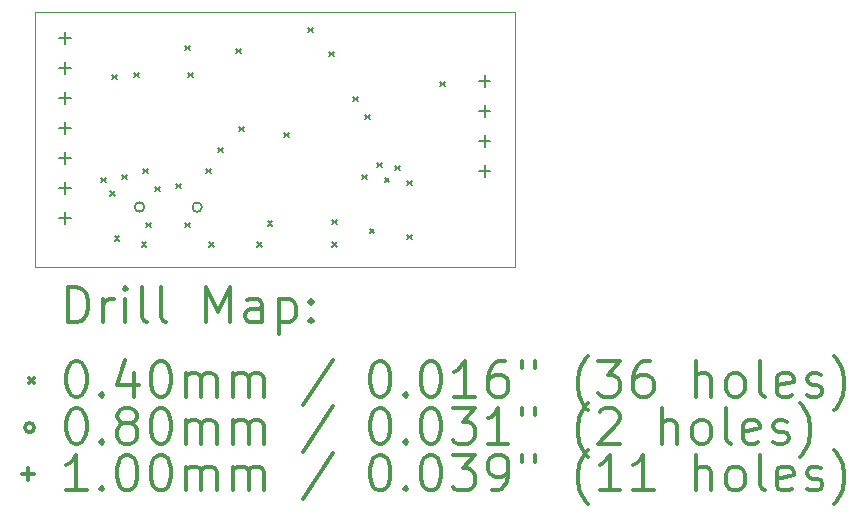
<source format=gbr>
%FSLAX45Y45*%
G04 Gerber Fmt 4.5, Leading zero omitted, Abs format (unit mm)*
G04 Created by KiCad (PCBNEW (5.1.8)-1) date 2021-01-01 08:41:14*
%MOMM*%
%LPD*%
G01*
G04 APERTURE LIST*
%TA.AperFunction,Profile*%
%ADD10C,0.050000*%
%TD*%
%ADD11C,0.200000*%
%ADD12C,0.300000*%
G04 APERTURE END LIST*
D10*
X15748000Y-8636000D02*
X15748000Y-10795000D01*
X11988800Y-8636000D02*
X11684000Y-8636000D01*
X15748000Y-8636000D02*
X11988800Y-8636000D01*
X12674600Y-10795000D02*
X15748000Y-10795000D01*
X11684000Y-10795000D02*
X12674600Y-10795000D01*
X11684000Y-8636000D02*
X11684000Y-10795000D01*
D11*
X12248200Y-10038400D02*
X12288200Y-10078400D01*
X12288200Y-10038400D02*
X12248200Y-10078400D01*
X12324400Y-10152700D02*
X12364400Y-10192700D01*
X12364400Y-10152700D02*
X12324400Y-10192700D01*
X12339750Y-9164750D02*
X12379750Y-9204750D01*
X12379750Y-9164750D02*
X12339750Y-9204750D01*
X12362500Y-10533700D02*
X12402500Y-10573700D01*
X12402500Y-10533700D02*
X12362500Y-10573700D01*
X12426000Y-10013000D02*
X12466000Y-10053000D01*
X12466000Y-10013000D02*
X12426000Y-10053000D01*
X12527600Y-9149400D02*
X12567600Y-9189400D01*
X12567600Y-9149400D02*
X12527600Y-9189400D01*
X12591100Y-10584500D02*
X12631100Y-10624500D01*
X12631100Y-10584500D02*
X12591100Y-10624500D01*
X12603800Y-9962200D02*
X12643800Y-10002200D01*
X12643800Y-9962200D02*
X12603800Y-10002200D01*
X12629200Y-10419400D02*
X12669200Y-10459400D01*
X12669200Y-10419400D02*
X12629200Y-10459400D01*
X12705400Y-10114600D02*
X12745400Y-10154600D01*
X12745400Y-10114600D02*
X12705400Y-10154600D01*
X12883200Y-10089200D02*
X12923200Y-10129200D01*
X12923200Y-10089200D02*
X12883200Y-10129200D01*
X12959400Y-8920800D02*
X12999400Y-8960800D01*
X12999400Y-8920800D02*
X12959400Y-8960800D01*
X12959400Y-10419400D02*
X12999400Y-10459400D01*
X12999400Y-10419400D02*
X12959400Y-10459400D01*
X12984800Y-9149400D02*
X13024800Y-9189400D01*
X13024800Y-9149400D02*
X12984800Y-9189400D01*
X13137200Y-9962200D02*
X13177200Y-10002200D01*
X13177200Y-9962200D02*
X13137200Y-10002200D01*
X13162600Y-10584500D02*
X13202600Y-10624500D01*
X13202600Y-10584500D02*
X13162600Y-10624500D01*
X13238800Y-9784400D02*
X13278800Y-9824400D01*
X13278800Y-9784400D02*
X13238800Y-9824400D01*
X13391200Y-8946200D02*
X13431200Y-8986200D01*
X13431200Y-8946200D02*
X13391200Y-8986200D01*
X13416600Y-9606600D02*
X13456600Y-9646600D01*
X13456600Y-9606600D02*
X13416600Y-9646600D01*
X13569000Y-10584500D02*
X13609000Y-10624500D01*
X13609000Y-10584500D02*
X13569000Y-10624500D01*
X13657900Y-10406700D02*
X13697900Y-10446700D01*
X13697900Y-10406700D02*
X13657900Y-10446700D01*
X13797600Y-9657400D02*
X13837600Y-9697400D01*
X13837600Y-9657400D02*
X13797600Y-9697400D01*
X14000800Y-8768400D02*
X14040800Y-8808400D01*
X14040800Y-8768400D02*
X14000800Y-8808400D01*
X14178600Y-8971600D02*
X14218600Y-9011600D01*
X14218600Y-8971600D02*
X14178600Y-9011600D01*
X14204000Y-10394000D02*
X14244000Y-10434000D01*
X14244000Y-10394000D02*
X14204000Y-10434000D01*
X14204000Y-10584500D02*
X14244000Y-10624500D01*
X14244000Y-10584500D02*
X14204000Y-10624500D01*
X14381800Y-9352600D02*
X14421800Y-9392600D01*
X14421800Y-9352600D02*
X14381800Y-9392600D01*
X14458000Y-10013000D02*
X14498000Y-10053000D01*
X14498000Y-10013000D02*
X14458000Y-10053000D01*
X14483400Y-9505000D02*
X14523400Y-9545000D01*
X14523400Y-9505000D02*
X14483400Y-9545000D01*
X14521500Y-10470200D02*
X14561500Y-10510200D01*
X14561500Y-10470200D02*
X14521500Y-10510200D01*
X14585000Y-9911400D02*
X14625000Y-9951400D01*
X14625000Y-9911400D02*
X14585000Y-9951400D01*
X14648500Y-10038400D02*
X14688500Y-10078400D01*
X14688500Y-10038400D02*
X14648500Y-10078400D01*
X14737400Y-9936800D02*
X14777400Y-9976800D01*
X14777400Y-9936800D02*
X14737400Y-9976800D01*
X14839000Y-10063800D02*
X14879000Y-10103800D01*
X14879000Y-10063800D02*
X14839000Y-10103800D01*
X14839000Y-10521000D02*
X14879000Y-10561000D01*
X14879000Y-10521000D02*
X14839000Y-10561000D01*
X15118400Y-9225600D02*
X15158400Y-9265600D01*
X15158400Y-9225600D02*
X15118400Y-9265600D01*
X12613000Y-10287000D02*
G75*
G03*
X12613000Y-10287000I-40000J0D01*
G01*
X13101000Y-10287000D02*
G75*
G03*
X13101000Y-10287000I-40000J0D01*
G01*
X11945000Y-8807000D02*
X11945000Y-8907000D01*
X11895000Y-8857000D02*
X11995000Y-8857000D01*
X11945000Y-9061000D02*
X11945000Y-9161000D01*
X11895000Y-9111000D02*
X11995000Y-9111000D01*
X11945000Y-9315000D02*
X11945000Y-9415000D01*
X11895000Y-9365000D02*
X11995000Y-9365000D01*
X11945000Y-9569000D02*
X11945000Y-9669000D01*
X11895000Y-9619000D02*
X11995000Y-9619000D01*
X11945000Y-9823000D02*
X11945000Y-9923000D01*
X11895000Y-9873000D02*
X11995000Y-9873000D01*
X11945000Y-10077000D02*
X11945000Y-10177000D01*
X11895000Y-10127000D02*
X11995000Y-10127000D01*
X11945000Y-10331000D02*
X11945000Y-10431000D01*
X11895000Y-10381000D02*
X11995000Y-10381000D01*
X15494000Y-9170200D02*
X15494000Y-9270200D01*
X15444000Y-9220200D02*
X15544000Y-9220200D01*
X15494000Y-9424200D02*
X15494000Y-9524200D01*
X15444000Y-9474200D02*
X15544000Y-9474200D01*
X15494000Y-9678200D02*
X15494000Y-9778200D01*
X15444000Y-9728200D02*
X15544000Y-9728200D01*
X15494000Y-9932200D02*
X15494000Y-10032200D01*
X15444000Y-9982200D02*
X15544000Y-9982200D01*
D12*
X11967928Y-11263214D02*
X11967928Y-10963214D01*
X12039357Y-10963214D01*
X12082214Y-10977500D01*
X12110786Y-11006072D01*
X12125071Y-11034643D01*
X12139357Y-11091786D01*
X12139357Y-11134643D01*
X12125071Y-11191786D01*
X12110786Y-11220357D01*
X12082214Y-11248929D01*
X12039357Y-11263214D01*
X11967928Y-11263214D01*
X12267928Y-11263214D02*
X12267928Y-11063214D01*
X12267928Y-11120357D02*
X12282214Y-11091786D01*
X12296500Y-11077500D01*
X12325071Y-11063214D01*
X12353643Y-11063214D01*
X12453643Y-11263214D02*
X12453643Y-11063214D01*
X12453643Y-10963214D02*
X12439357Y-10977500D01*
X12453643Y-10991786D01*
X12467928Y-10977500D01*
X12453643Y-10963214D01*
X12453643Y-10991786D01*
X12639357Y-11263214D02*
X12610786Y-11248929D01*
X12596500Y-11220357D01*
X12596500Y-10963214D01*
X12796500Y-11263214D02*
X12767928Y-11248929D01*
X12753643Y-11220357D01*
X12753643Y-10963214D01*
X13139357Y-11263214D02*
X13139357Y-10963214D01*
X13239357Y-11177500D01*
X13339357Y-10963214D01*
X13339357Y-11263214D01*
X13610786Y-11263214D02*
X13610786Y-11106072D01*
X13596500Y-11077500D01*
X13567928Y-11063214D01*
X13510786Y-11063214D01*
X13482214Y-11077500D01*
X13610786Y-11248929D02*
X13582214Y-11263214D01*
X13510786Y-11263214D01*
X13482214Y-11248929D01*
X13467928Y-11220357D01*
X13467928Y-11191786D01*
X13482214Y-11163214D01*
X13510786Y-11148929D01*
X13582214Y-11148929D01*
X13610786Y-11134643D01*
X13753643Y-11063214D02*
X13753643Y-11363214D01*
X13753643Y-11077500D02*
X13782214Y-11063214D01*
X13839357Y-11063214D01*
X13867928Y-11077500D01*
X13882214Y-11091786D01*
X13896500Y-11120357D01*
X13896500Y-11206071D01*
X13882214Y-11234643D01*
X13867928Y-11248929D01*
X13839357Y-11263214D01*
X13782214Y-11263214D01*
X13753643Y-11248929D01*
X14025071Y-11234643D02*
X14039357Y-11248929D01*
X14025071Y-11263214D01*
X14010786Y-11248929D01*
X14025071Y-11234643D01*
X14025071Y-11263214D01*
X14025071Y-11077500D02*
X14039357Y-11091786D01*
X14025071Y-11106072D01*
X14010786Y-11091786D01*
X14025071Y-11077500D01*
X14025071Y-11106072D01*
X11641500Y-11737500D02*
X11681500Y-11777500D01*
X11681500Y-11737500D02*
X11641500Y-11777500D01*
X12025071Y-11593214D02*
X12053643Y-11593214D01*
X12082214Y-11607500D01*
X12096500Y-11621786D01*
X12110786Y-11650357D01*
X12125071Y-11707500D01*
X12125071Y-11778929D01*
X12110786Y-11836071D01*
X12096500Y-11864643D01*
X12082214Y-11878929D01*
X12053643Y-11893214D01*
X12025071Y-11893214D01*
X11996500Y-11878929D01*
X11982214Y-11864643D01*
X11967928Y-11836071D01*
X11953643Y-11778929D01*
X11953643Y-11707500D01*
X11967928Y-11650357D01*
X11982214Y-11621786D01*
X11996500Y-11607500D01*
X12025071Y-11593214D01*
X12253643Y-11864643D02*
X12267928Y-11878929D01*
X12253643Y-11893214D01*
X12239357Y-11878929D01*
X12253643Y-11864643D01*
X12253643Y-11893214D01*
X12525071Y-11693214D02*
X12525071Y-11893214D01*
X12453643Y-11578929D02*
X12382214Y-11793214D01*
X12567928Y-11793214D01*
X12739357Y-11593214D02*
X12767928Y-11593214D01*
X12796500Y-11607500D01*
X12810786Y-11621786D01*
X12825071Y-11650357D01*
X12839357Y-11707500D01*
X12839357Y-11778929D01*
X12825071Y-11836071D01*
X12810786Y-11864643D01*
X12796500Y-11878929D01*
X12767928Y-11893214D01*
X12739357Y-11893214D01*
X12710786Y-11878929D01*
X12696500Y-11864643D01*
X12682214Y-11836071D01*
X12667928Y-11778929D01*
X12667928Y-11707500D01*
X12682214Y-11650357D01*
X12696500Y-11621786D01*
X12710786Y-11607500D01*
X12739357Y-11593214D01*
X12967928Y-11893214D02*
X12967928Y-11693214D01*
X12967928Y-11721786D02*
X12982214Y-11707500D01*
X13010786Y-11693214D01*
X13053643Y-11693214D01*
X13082214Y-11707500D01*
X13096500Y-11736071D01*
X13096500Y-11893214D01*
X13096500Y-11736071D02*
X13110786Y-11707500D01*
X13139357Y-11693214D01*
X13182214Y-11693214D01*
X13210786Y-11707500D01*
X13225071Y-11736071D01*
X13225071Y-11893214D01*
X13367928Y-11893214D02*
X13367928Y-11693214D01*
X13367928Y-11721786D02*
X13382214Y-11707500D01*
X13410786Y-11693214D01*
X13453643Y-11693214D01*
X13482214Y-11707500D01*
X13496500Y-11736071D01*
X13496500Y-11893214D01*
X13496500Y-11736071D02*
X13510786Y-11707500D01*
X13539357Y-11693214D01*
X13582214Y-11693214D01*
X13610786Y-11707500D01*
X13625071Y-11736071D01*
X13625071Y-11893214D01*
X14210786Y-11578929D02*
X13953643Y-11964643D01*
X14596500Y-11593214D02*
X14625071Y-11593214D01*
X14653643Y-11607500D01*
X14667928Y-11621786D01*
X14682214Y-11650357D01*
X14696500Y-11707500D01*
X14696500Y-11778929D01*
X14682214Y-11836071D01*
X14667928Y-11864643D01*
X14653643Y-11878929D01*
X14625071Y-11893214D01*
X14596500Y-11893214D01*
X14567928Y-11878929D01*
X14553643Y-11864643D01*
X14539357Y-11836071D01*
X14525071Y-11778929D01*
X14525071Y-11707500D01*
X14539357Y-11650357D01*
X14553643Y-11621786D01*
X14567928Y-11607500D01*
X14596500Y-11593214D01*
X14825071Y-11864643D02*
X14839357Y-11878929D01*
X14825071Y-11893214D01*
X14810786Y-11878929D01*
X14825071Y-11864643D01*
X14825071Y-11893214D01*
X15025071Y-11593214D02*
X15053643Y-11593214D01*
X15082214Y-11607500D01*
X15096500Y-11621786D01*
X15110786Y-11650357D01*
X15125071Y-11707500D01*
X15125071Y-11778929D01*
X15110786Y-11836071D01*
X15096500Y-11864643D01*
X15082214Y-11878929D01*
X15053643Y-11893214D01*
X15025071Y-11893214D01*
X14996500Y-11878929D01*
X14982214Y-11864643D01*
X14967928Y-11836071D01*
X14953643Y-11778929D01*
X14953643Y-11707500D01*
X14967928Y-11650357D01*
X14982214Y-11621786D01*
X14996500Y-11607500D01*
X15025071Y-11593214D01*
X15410786Y-11893214D02*
X15239357Y-11893214D01*
X15325071Y-11893214D02*
X15325071Y-11593214D01*
X15296500Y-11636071D01*
X15267928Y-11664643D01*
X15239357Y-11678929D01*
X15667928Y-11593214D02*
X15610786Y-11593214D01*
X15582214Y-11607500D01*
X15567928Y-11621786D01*
X15539357Y-11664643D01*
X15525071Y-11721786D01*
X15525071Y-11836071D01*
X15539357Y-11864643D01*
X15553643Y-11878929D01*
X15582214Y-11893214D01*
X15639357Y-11893214D01*
X15667928Y-11878929D01*
X15682214Y-11864643D01*
X15696500Y-11836071D01*
X15696500Y-11764643D01*
X15682214Y-11736071D01*
X15667928Y-11721786D01*
X15639357Y-11707500D01*
X15582214Y-11707500D01*
X15553643Y-11721786D01*
X15539357Y-11736071D01*
X15525071Y-11764643D01*
X15810786Y-11593214D02*
X15810786Y-11650357D01*
X15925071Y-11593214D02*
X15925071Y-11650357D01*
X16367928Y-12007500D02*
X16353643Y-11993214D01*
X16325071Y-11950357D01*
X16310786Y-11921786D01*
X16296500Y-11878929D01*
X16282214Y-11807500D01*
X16282214Y-11750357D01*
X16296500Y-11678929D01*
X16310786Y-11636071D01*
X16325071Y-11607500D01*
X16353643Y-11564643D01*
X16367928Y-11550357D01*
X16453643Y-11593214D02*
X16639357Y-11593214D01*
X16539357Y-11707500D01*
X16582214Y-11707500D01*
X16610786Y-11721786D01*
X16625071Y-11736071D01*
X16639357Y-11764643D01*
X16639357Y-11836071D01*
X16625071Y-11864643D01*
X16610786Y-11878929D01*
X16582214Y-11893214D01*
X16496500Y-11893214D01*
X16467928Y-11878929D01*
X16453643Y-11864643D01*
X16896500Y-11593214D02*
X16839357Y-11593214D01*
X16810786Y-11607500D01*
X16796500Y-11621786D01*
X16767928Y-11664643D01*
X16753643Y-11721786D01*
X16753643Y-11836071D01*
X16767928Y-11864643D01*
X16782214Y-11878929D01*
X16810786Y-11893214D01*
X16867928Y-11893214D01*
X16896500Y-11878929D01*
X16910786Y-11864643D01*
X16925071Y-11836071D01*
X16925071Y-11764643D01*
X16910786Y-11736071D01*
X16896500Y-11721786D01*
X16867928Y-11707500D01*
X16810786Y-11707500D01*
X16782214Y-11721786D01*
X16767928Y-11736071D01*
X16753643Y-11764643D01*
X17282214Y-11893214D02*
X17282214Y-11593214D01*
X17410786Y-11893214D02*
X17410786Y-11736071D01*
X17396500Y-11707500D01*
X17367928Y-11693214D01*
X17325071Y-11693214D01*
X17296500Y-11707500D01*
X17282214Y-11721786D01*
X17596500Y-11893214D02*
X17567928Y-11878929D01*
X17553643Y-11864643D01*
X17539357Y-11836071D01*
X17539357Y-11750357D01*
X17553643Y-11721786D01*
X17567928Y-11707500D01*
X17596500Y-11693214D01*
X17639357Y-11693214D01*
X17667928Y-11707500D01*
X17682214Y-11721786D01*
X17696500Y-11750357D01*
X17696500Y-11836071D01*
X17682214Y-11864643D01*
X17667928Y-11878929D01*
X17639357Y-11893214D01*
X17596500Y-11893214D01*
X17867928Y-11893214D02*
X17839357Y-11878929D01*
X17825071Y-11850357D01*
X17825071Y-11593214D01*
X18096500Y-11878929D02*
X18067928Y-11893214D01*
X18010786Y-11893214D01*
X17982214Y-11878929D01*
X17967928Y-11850357D01*
X17967928Y-11736071D01*
X17982214Y-11707500D01*
X18010786Y-11693214D01*
X18067928Y-11693214D01*
X18096500Y-11707500D01*
X18110786Y-11736071D01*
X18110786Y-11764643D01*
X17967928Y-11793214D01*
X18225071Y-11878929D02*
X18253643Y-11893214D01*
X18310786Y-11893214D01*
X18339357Y-11878929D01*
X18353643Y-11850357D01*
X18353643Y-11836071D01*
X18339357Y-11807500D01*
X18310786Y-11793214D01*
X18267928Y-11793214D01*
X18239357Y-11778929D01*
X18225071Y-11750357D01*
X18225071Y-11736071D01*
X18239357Y-11707500D01*
X18267928Y-11693214D01*
X18310786Y-11693214D01*
X18339357Y-11707500D01*
X18453643Y-12007500D02*
X18467928Y-11993214D01*
X18496500Y-11950357D01*
X18510786Y-11921786D01*
X18525071Y-11878929D01*
X18539357Y-11807500D01*
X18539357Y-11750357D01*
X18525071Y-11678929D01*
X18510786Y-11636071D01*
X18496500Y-11607500D01*
X18467928Y-11564643D01*
X18453643Y-11550357D01*
X11681500Y-12153500D02*
G75*
G03*
X11681500Y-12153500I-40000J0D01*
G01*
X12025071Y-11989214D02*
X12053643Y-11989214D01*
X12082214Y-12003500D01*
X12096500Y-12017786D01*
X12110786Y-12046357D01*
X12125071Y-12103500D01*
X12125071Y-12174929D01*
X12110786Y-12232071D01*
X12096500Y-12260643D01*
X12082214Y-12274929D01*
X12053643Y-12289214D01*
X12025071Y-12289214D01*
X11996500Y-12274929D01*
X11982214Y-12260643D01*
X11967928Y-12232071D01*
X11953643Y-12174929D01*
X11953643Y-12103500D01*
X11967928Y-12046357D01*
X11982214Y-12017786D01*
X11996500Y-12003500D01*
X12025071Y-11989214D01*
X12253643Y-12260643D02*
X12267928Y-12274929D01*
X12253643Y-12289214D01*
X12239357Y-12274929D01*
X12253643Y-12260643D01*
X12253643Y-12289214D01*
X12439357Y-12117786D02*
X12410786Y-12103500D01*
X12396500Y-12089214D01*
X12382214Y-12060643D01*
X12382214Y-12046357D01*
X12396500Y-12017786D01*
X12410786Y-12003500D01*
X12439357Y-11989214D01*
X12496500Y-11989214D01*
X12525071Y-12003500D01*
X12539357Y-12017786D01*
X12553643Y-12046357D01*
X12553643Y-12060643D01*
X12539357Y-12089214D01*
X12525071Y-12103500D01*
X12496500Y-12117786D01*
X12439357Y-12117786D01*
X12410786Y-12132071D01*
X12396500Y-12146357D01*
X12382214Y-12174929D01*
X12382214Y-12232071D01*
X12396500Y-12260643D01*
X12410786Y-12274929D01*
X12439357Y-12289214D01*
X12496500Y-12289214D01*
X12525071Y-12274929D01*
X12539357Y-12260643D01*
X12553643Y-12232071D01*
X12553643Y-12174929D01*
X12539357Y-12146357D01*
X12525071Y-12132071D01*
X12496500Y-12117786D01*
X12739357Y-11989214D02*
X12767928Y-11989214D01*
X12796500Y-12003500D01*
X12810786Y-12017786D01*
X12825071Y-12046357D01*
X12839357Y-12103500D01*
X12839357Y-12174929D01*
X12825071Y-12232071D01*
X12810786Y-12260643D01*
X12796500Y-12274929D01*
X12767928Y-12289214D01*
X12739357Y-12289214D01*
X12710786Y-12274929D01*
X12696500Y-12260643D01*
X12682214Y-12232071D01*
X12667928Y-12174929D01*
X12667928Y-12103500D01*
X12682214Y-12046357D01*
X12696500Y-12017786D01*
X12710786Y-12003500D01*
X12739357Y-11989214D01*
X12967928Y-12289214D02*
X12967928Y-12089214D01*
X12967928Y-12117786D02*
X12982214Y-12103500D01*
X13010786Y-12089214D01*
X13053643Y-12089214D01*
X13082214Y-12103500D01*
X13096500Y-12132071D01*
X13096500Y-12289214D01*
X13096500Y-12132071D02*
X13110786Y-12103500D01*
X13139357Y-12089214D01*
X13182214Y-12089214D01*
X13210786Y-12103500D01*
X13225071Y-12132071D01*
X13225071Y-12289214D01*
X13367928Y-12289214D02*
X13367928Y-12089214D01*
X13367928Y-12117786D02*
X13382214Y-12103500D01*
X13410786Y-12089214D01*
X13453643Y-12089214D01*
X13482214Y-12103500D01*
X13496500Y-12132071D01*
X13496500Y-12289214D01*
X13496500Y-12132071D02*
X13510786Y-12103500D01*
X13539357Y-12089214D01*
X13582214Y-12089214D01*
X13610786Y-12103500D01*
X13625071Y-12132071D01*
X13625071Y-12289214D01*
X14210786Y-11974929D02*
X13953643Y-12360643D01*
X14596500Y-11989214D02*
X14625071Y-11989214D01*
X14653643Y-12003500D01*
X14667928Y-12017786D01*
X14682214Y-12046357D01*
X14696500Y-12103500D01*
X14696500Y-12174929D01*
X14682214Y-12232071D01*
X14667928Y-12260643D01*
X14653643Y-12274929D01*
X14625071Y-12289214D01*
X14596500Y-12289214D01*
X14567928Y-12274929D01*
X14553643Y-12260643D01*
X14539357Y-12232071D01*
X14525071Y-12174929D01*
X14525071Y-12103500D01*
X14539357Y-12046357D01*
X14553643Y-12017786D01*
X14567928Y-12003500D01*
X14596500Y-11989214D01*
X14825071Y-12260643D02*
X14839357Y-12274929D01*
X14825071Y-12289214D01*
X14810786Y-12274929D01*
X14825071Y-12260643D01*
X14825071Y-12289214D01*
X15025071Y-11989214D02*
X15053643Y-11989214D01*
X15082214Y-12003500D01*
X15096500Y-12017786D01*
X15110786Y-12046357D01*
X15125071Y-12103500D01*
X15125071Y-12174929D01*
X15110786Y-12232071D01*
X15096500Y-12260643D01*
X15082214Y-12274929D01*
X15053643Y-12289214D01*
X15025071Y-12289214D01*
X14996500Y-12274929D01*
X14982214Y-12260643D01*
X14967928Y-12232071D01*
X14953643Y-12174929D01*
X14953643Y-12103500D01*
X14967928Y-12046357D01*
X14982214Y-12017786D01*
X14996500Y-12003500D01*
X15025071Y-11989214D01*
X15225071Y-11989214D02*
X15410786Y-11989214D01*
X15310786Y-12103500D01*
X15353643Y-12103500D01*
X15382214Y-12117786D01*
X15396500Y-12132071D01*
X15410786Y-12160643D01*
X15410786Y-12232071D01*
X15396500Y-12260643D01*
X15382214Y-12274929D01*
X15353643Y-12289214D01*
X15267928Y-12289214D01*
X15239357Y-12274929D01*
X15225071Y-12260643D01*
X15696500Y-12289214D02*
X15525071Y-12289214D01*
X15610786Y-12289214D02*
X15610786Y-11989214D01*
X15582214Y-12032071D01*
X15553643Y-12060643D01*
X15525071Y-12074929D01*
X15810786Y-11989214D02*
X15810786Y-12046357D01*
X15925071Y-11989214D02*
X15925071Y-12046357D01*
X16367928Y-12403500D02*
X16353643Y-12389214D01*
X16325071Y-12346357D01*
X16310786Y-12317786D01*
X16296500Y-12274929D01*
X16282214Y-12203500D01*
X16282214Y-12146357D01*
X16296500Y-12074929D01*
X16310786Y-12032071D01*
X16325071Y-12003500D01*
X16353643Y-11960643D01*
X16367928Y-11946357D01*
X16467928Y-12017786D02*
X16482214Y-12003500D01*
X16510786Y-11989214D01*
X16582214Y-11989214D01*
X16610786Y-12003500D01*
X16625071Y-12017786D01*
X16639357Y-12046357D01*
X16639357Y-12074929D01*
X16625071Y-12117786D01*
X16453643Y-12289214D01*
X16639357Y-12289214D01*
X16996500Y-12289214D02*
X16996500Y-11989214D01*
X17125071Y-12289214D02*
X17125071Y-12132071D01*
X17110786Y-12103500D01*
X17082214Y-12089214D01*
X17039357Y-12089214D01*
X17010786Y-12103500D01*
X16996500Y-12117786D01*
X17310786Y-12289214D02*
X17282214Y-12274929D01*
X17267928Y-12260643D01*
X17253643Y-12232071D01*
X17253643Y-12146357D01*
X17267928Y-12117786D01*
X17282214Y-12103500D01*
X17310786Y-12089214D01*
X17353643Y-12089214D01*
X17382214Y-12103500D01*
X17396500Y-12117786D01*
X17410786Y-12146357D01*
X17410786Y-12232071D01*
X17396500Y-12260643D01*
X17382214Y-12274929D01*
X17353643Y-12289214D01*
X17310786Y-12289214D01*
X17582214Y-12289214D02*
X17553643Y-12274929D01*
X17539357Y-12246357D01*
X17539357Y-11989214D01*
X17810786Y-12274929D02*
X17782214Y-12289214D01*
X17725071Y-12289214D01*
X17696500Y-12274929D01*
X17682214Y-12246357D01*
X17682214Y-12132071D01*
X17696500Y-12103500D01*
X17725071Y-12089214D01*
X17782214Y-12089214D01*
X17810786Y-12103500D01*
X17825071Y-12132071D01*
X17825071Y-12160643D01*
X17682214Y-12189214D01*
X17939357Y-12274929D02*
X17967928Y-12289214D01*
X18025071Y-12289214D01*
X18053643Y-12274929D01*
X18067928Y-12246357D01*
X18067928Y-12232071D01*
X18053643Y-12203500D01*
X18025071Y-12189214D01*
X17982214Y-12189214D01*
X17953643Y-12174929D01*
X17939357Y-12146357D01*
X17939357Y-12132071D01*
X17953643Y-12103500D01*
X17982214Y-12089214D01*
X18025071Y-12089214D01*
X18053643Y-12103500D01*
X18167928Y-12403500D02*
X18182214Y-12389214D01*
X18210786Y-12346357D01*
X18225071Y-12317786D01*
X18239357Y-12274929D01*
X18253643Y-12203500D01*
X18253643Y-12146357D01*
X18239357Y-12074929D01*
X18225071Y-12032071D01*
X18210786Y-12003500D01*
X18182214Y-11960643D01*
X18167928Y-11946357D01*
X11631500Y-12499500D02*
X11631500Y-12599500D01*
X11581500Y-12549500D02*
X11681500Y-12549500D01*
X12125071Y-12685214D02*
X11953643Y-12685214D01*
X12039357Y-12685214D02*
X12039357Y-12385214D01*
X12010786Y-12428071D01*
X11982214Y-12456643D01*
X11953643Y-12470929D01*
X12253643Y-12656643D02*
X12267928Y-12670929D01*
X12253643Y-12685214D01*
X12239357Y-12670929D01*
X12253643Y-12656643D01*
X12253643Y-12685214D01*
X12453643Y-12385214D02*
X12482214Y-12385214D01*
X12510786Y-12399500D01*
X12525071Y-12413786D01*
X12539357Y-12442357D01*
X12553643Y-12499500D01*
X12553643Y-12570929D01*
X12539357Y-12628071D01*
X12525071Y-12656643D01*
X12510786Y-12670929D01*
X12482214Y-12685214D01*
X12453643Y-12685214D01*
X12425071Y-12670929D01*
X12410786Y-12656643D01*
X12396500Y-12628071D01*
X12382214Y-12570929D01*
X12382214Y-12499500D01*
X12396500Y-12442357D01*
X12410786Y-12413786D01*
X12425071Y-12399500D01*
X12453643Y-12385214D01*
X12739357Y-12385214D02*
X12767928Y-12385214D01*
X12796500Y-12399500D01*
X12810786Y-12413786D01*
X12825071Y-12442357D01*
X12839357Y-12499500D01*
X12839357Y-12570929D01*
X12825071Y-12628071D01*
X12810786Y-12656643D01*
X12796500Y-12670929D01*
X12767928Y-12685214D01*
X12739357Y-12685214D01*
X12710786Y-12670929D01*
X12696500Y-12656643D01*
X12682214Y-12628071D01*
X12667928Y-12570929D01*
X12667928Y-12499500D01*
X12682214Y-12442357D01*
X12696500Y-12413786D01*
X12710786Y-12399500D01*
X12739357Y-12385214D01*
X12967928Y-12685214D02*
X12967928Y-12485214D01*
X12967928Y-12513786D02*
X12982214Y-12499500D01*
X13010786Y-12485214D01*
X13053643Y-12485214D01*
X13082214Y-12499500D01*
X13096500Y-12528071D01*
X13096500Y-12685214D01*
X13096500Y-12528071D02*
X13110786Y-12499500D01*
X13139357Y-12485214D01*
X13182214Y-12485214D01*
X13210786Y-12499500D01*
X13225071Y-12528071D01*
X13225071Y-12685214D01*
X13367928Y-12685214D02*
X13367928Y-12485214D01*
X13367928Y-12513786D02*
X13382214Y-12499500D01*
X13410786Y-12485214D01*
X13453643Y-12485214D01*
X13482214Y-12499500D01*
X13496500Y-12528071D01*
X13496500Y-12685214D01*
X13496500Y-12528071D02*
X13510786Y-12499500D01*
X13539357Y-12485214D01*
X13582214Y-12485214D01*
X13610786Y-12499500D01*
X13625071Y-12528071D01*
X13625071Y-12685214D01*
X14210786Y-12370929D02*
X13953643Y-12756643D01*
X14596500Y-12385214D02*
X14625071Y-12385214D01*
X14653643Y-12399500D01*
X14667928Y-12413786D01*
X14682214Y-12442357D01*
X14696500Y-12499500D01*
X14696500Y-12570929D01*
X14682214Y-12628071D01*
X14667928Y-12656643D01*
X14653643Y-12670929D01*
X14625071Y-12685214D01*
X14596500Y-12685214D01*
X14567928Y-12670929D01*
X14553643Y-12656643D01*
X14539357Y-12628071D01*
X14525071Y-12570929D01*
X14525071Y-12499500D01*
X14539357Y-12442357D01*
X14553643Y-12413786D01*
X14567928Y-12399500D01*
X14596500Y-12385214D01*
X14825071Y-12656643D02*
X14839357Y-12670929D01*
X14825071Y-12685214D01*
X14810786Y-12670929D01*
X14825071Y-12656643D01*
X14825071Y-12685214D01*
X15025071Y-12385214D02*
X15053643Y-12385214D01*
X15082214Y-12399500D01*
X15096500Y-12413786D01*
X15110786Y-12442357D01*
X15125071Y-12499500D01*
X15125071Y-12570929D01*
X15110786Y-12628071D01*
X15096500Y-12656643D01*
X15082214Y-12670929D01*
X15053643Y-12685214D01*
X15025071Y-12685214D01*
X14996500Y-12670929D01*
X14982214Y-12656643D01*
X14967928Y-12628071D01*
X14953643Y-12570929D01*
X14953643Y-12499500D01*
X14967928Y-12442357D01*
X14982214Y-12413786D01*
X14996500Y-12399500D01*
X15025071Y-12385214D01*
X15225071Y-12385214D02*
X15410786Y-12385214D01*
X15310786Y-12499500D01*
X15353643Y-12499500D01*
X15382214Y-12513786D01*
X15396500Y-12528071D01*
X15410786Y-12556643D01*
X15410786Y-12628071D01*
X15396500Y-12656643D01*
X15382214Y-12670929D01*
X15353643Y-12685214D01*
X15267928Y-12685214D01*
X15239357Y-12670929D01*
X15225071Y-12656643D01*
X15553643Y-12685214D02*
X15610786Y-12685214D01*
X15639357Y-12670929D01*
X15653643Y-12656643D01*
X15682214Y-12613786D01*
X15696500Y-12556643D01*
X15696500Y-12442357D01*
X15682214Y-12413786D01*
X15667928Y-12399500D01*
X15639357Y-12385214D01*
X15582214Y-12385214D01*
X15553643Y-12399500D01*
X15539357Y-12413786D01*
X15525071Y-12442357D01*
X15525071Y-12513786D01*
X15539357Y-12542357D01*
X15553643Y-12556643D01*
X15582214Y-12570929D01*
X15639357Y-12570929D01*
X15667928Y-12556643D01*
X15682214Y-12542357D01*
X15696500Y-12513786D01*
X15810786Y-12385214D02*
X15810786Y-12442357D01*
X15925071Y-12385214D02*
X15925071Y-12442357D01*
X16367928Y-12799500D02*
X16353643Y-12785214D01*
X16325071Y-12742357D01*
X16310786Y-12713786D01*
X16296500Y-12670929D01*
X16282214Y-12599500D01*
X16282214Y-12542357D01*
X16296500Y-12470929D01*
X16310786Y-12428071D01*
X16325071Y-12399500D01*
X16353643Y-12356643D01*
X16367928Y-12342357D01*
X16639357Y-12685214D02*
X16467928Y-12685214D01*
X16553643Y-12685214D02*
X16553643Y-12385214D01*
X16525071Y-12428071D01*
X16496500Y-12456643D01*
X16467928Y-12470929D01*
X16925071Y-12685214D02*
X16753643Y-12685214D01*
X16839357Y-12685214D02*
X16839357Y-12385214D01*
X16810786Y-12428071D01*
X16782214Y-12456643D01*
X16753643Y-12470929D01*
X17282214Y-12685214D02*
X17282214Y-12385214D01*
X17410786Y-12685214D02*
X17410786Y-12528071D01*
X17396500Y-12499500D01*
X17367928Y-12485214D01*
X17325071Y-12485214D01*
X17296500Y-12499500D01*
X17282214Y-12513786D01*
X17596500Y-12685214D02*
X17567928Y-12670929D01*
X17553643Y-12656643D01*
X17539357Y-12628071D01*
X17539357Y-12542357D01*
X17553643Y-12513786D01*
X17567928Y-12499500D01*
X17596500Y-12485214D01*
X17639357Y-12485214D01*
X17667928Y-12499500D01*
X17682214Y-12513786D01*
X17696500Y-12542357D01*
X17696500Y-12628071D01*
X17682214Y-12656643D01*
X17667928Y-12670929D01*
X17639357Y-12685214D01*
X17596500Y-12685214D01*
X17867928Y-12685214D02*
X17839357Y-12670929D01*
X17825071Y-12642357D01*
X17825071Y-12385214D01*
X18096500Y-12670929D02*
X18067928Y-12685214D01*
X18010786Y-12685214D01*
X17982214Y-12670929D01*
X17967928Y-12642357D01*
X17967928Y-12528071D01*
X17982214Y-12499500D01*
X18010786Y-12485214D01*
X18067928Y-12485214D01*
X18096500Y-12499500D01*
X18110786Y-12528071D01*
X18110786Y-12556643D01*
X17967928Y-12585214D01*
X18225071Y-12670929D02*
X18253643Y-12685214D01*
X18310786Y-12685214D01*
X18339357Y-12670929D01*
X18353643Y-12642357D01*
X18353643Y-12628071D01*
X18339357Y-12599500D01*
X18310786Y-12585214D01*
X18267928Y-12585214D01*
X18239357Y-12570929D01*
X18225071Y-12542357D01*
X18225071Y-12528071D01*
X18239357Y-12499500D01*
X18267928Y-12485214D01*
X18310786Y-12485214D01*
X18339357Y-12499500D01*
X18453643Y-12799500D02*
X18467928Y-12785214D01*
X18496500Y-12742357D01*
X18510786Y-12713786D01*
X18525071Y-12670929D01*
X18539357Y-12599500D01*
X18539357Y-12542357D01*
X18525071Y-12470929D01*
X18510786Y-12428071D01*
X18496500Y-12399500D01*
X18467928Y-12356643D01*
X18453643Y-12342357D01*
M02*

</source>
